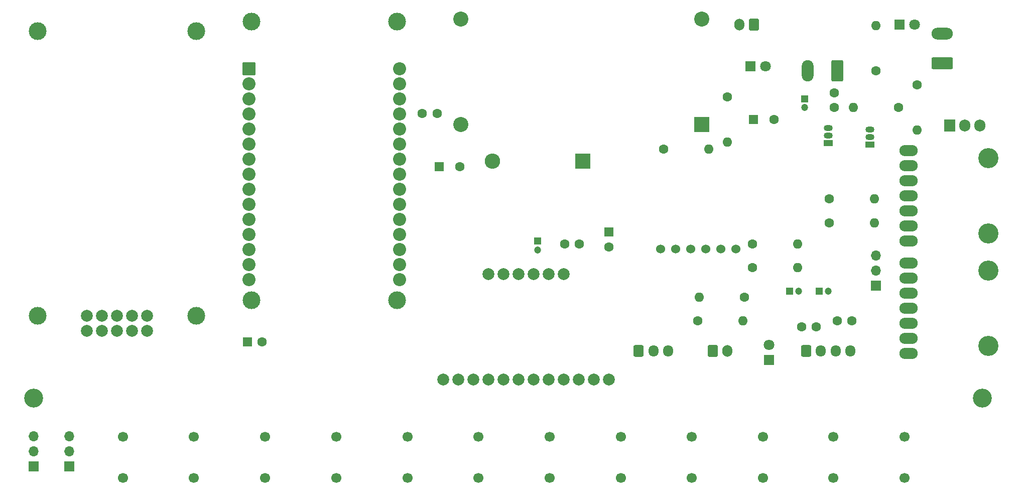
<source format=gbr>
%TF.GenerationSoftware,KiCad,Pcbnew,8.0.4*%
%TF.CreationDate,2024-10-16T11:02:59-05:00*%
%TF.ProjectId,touchboard,746f7563-6862-46f6-9172-642e6b696361,rev?*%
%TF.SameCoordinates,Original*%
%TF.FileFunction,Soldermask,Bot*%
%TF.FilePolarity,Negative*%
%FSLAX46Y46*%
G04 Gerber Fmt 4.6, Leading zero omitted, Abs format (unit mm)*
G04 Created by KiCad (PCBNEW 8.0.4) date 2024-10-16 11:02:59*
%MOMM*%
%LPD*%
G01*
G04 APERTURE LIST*
G04 Aperture macros list*
%AMRoundRect*
0 Rectangle with rounded corners*
0 $1 Rounding radius*
0 $2 $3 $4 $5 $6 $7 $8 $9 X,Y pos of 4 corners*
0 Add a 4 corners polygon primitive as box body*
4,1,4,$2,$3,$4,$5,$6,$7,$8,$9,$2,$3,0*
0 Add four circle primitives for the rounded corners*
1,1,$1+$1,$2,$3*
1,1,$1+$1,$4,$5*
1,1,$1+$1,$6,$7*
1,1,$1+$1,$8,$9*
0 Add four rect primitives between the rounded corners*
20,1,$1+$1,$2,$3,$4,$5,0*
20,1,$1+$1,$4,$5,$6,$7,0*
20,1,$1+$1,$6,$7,$8,$9,0*
20,1,$1+$1,$8,$9,$2,$3,0*%
G04 Aperture macros list end*
%ADD10C,3.000000*%
%ADD11C,2.000000*%
%ADD12C,1.600000*%
%ADD13O,1.600000X1.600000*%
%ADD14R,1.200000X1.200000*%
%ADD15C,1.200000*%
%ADD16R,1.905000X2.000000*%
%ADD17O,1.905000X2.000000*%
%ADD18R,1.600000X1.600000*%
%ADD19RoundRect,0.250000X0.600000X0.750000X-0.600000X0.750000X-0.600000X-0.750000X0.600000X-0.750000X0*%
%ADD20O,1.700000X2.000000*%
%ADD21C,1.700000*%
%ADD22R,1.700000X1.700000*%
%ADD23O,1.700000X1.700000*%
%ADD24RoundRect,0.102000X-1.000000X-1.000000X1.000000X-1.000000X1.000000X1.000000X-1.000000X1.000000X0*%
%ADD25C,2.204000*%
%ADD26RoundRect,0.250000X-0.600000X-0.725000X0.600000X-0.725000X0.600000X0.725000X-0.600000X0.725000X0*%
%ADD27O,1.700000X1.950000*%
%ADD28C,3.200000*%
%ADD29R,2.540000X2.540000*%
%ADD30C,2.540000*%
%ADD31C,1.524000*%
%ADD32RoundRect,0.250000X1.550000X-0.750000X1.550000X0.750000X-1.550000X0.750000X-1.550000X-0.750000X0*%
%ADD33O,3.600000X2.000000*%
%ADD34C,3.400000*%
%ADD35O,3.101600X1.851600*%
%ADD36RoundRect,0.250000X0.750000X1.550000X-0.750000X1.550000X-0.750000X-1.550000X0.750000X-1.550000X0*%
%ADD37O,2.000000X3.600000*%
%ADD38R,1.800000X1.800000*%
%ADD39C,1.800000*%
%ADD40RoundRect,0.250000X-0.600000X-0.750000X0.600000X-0.750000X0.600000X0.750000X-0.600000X0.750000X0*%
%ADD41R,1.500000X1.050000*%
%ADD42O,1.500000X1.050000*%
%ADD43R,2.600000X2.600000*%
%ADD44O,2.600000X2.600000*%
G04 APERTURE END LIST*
D10*
%TO.C,U6*%
X46600000Y-95130000D03*
X73400000Y-95130000D03*
X46600000Y-47130000D03*
X73400000Y-47130000D03*
D11*
X54920000Y-97670000D03*
X57460000Y-97670000D03*
X60000000Y-97670000D03*
X62540000Y-97670000D03*
X65080000Y-97670000D03*
X54920000Y-95130000D03*
X57460000Y-95130000D03*
X60000000Y-95130000D03*
X62540000Y-95130000D03*
X65080000Y-95130000D03*
%TD*%
%TO.C,U1*%
X135350000Y-88110000D03*
X132810000Y-88110000D03*
X130270000Y-88110000D03*
X127730000Y-88110000D03*
X125190000Y-88110000D03*
X122650000Y-88110000D03*
X115030000Y-105890000D03*
X117570000Y-105890000D03*
X120110000Y-105890000D03*
X122650000Y-105890000D03*
X125190000Y-105890000D03*
X127730000Y-105890000D03*
X130270000Y-105890000D03*
X132810000Y-105890000D03*
X135350000Y-105890000D03*
X137890000Y-105890000D03*
X140430000Y-105890000D03*
X142970000Y-105890000D03*
%TD*%
D12*
%TO.C,R3*%
X191810000Y-60000000D03*
D13*
X184190000Y-60000000D03*
%TD*%
D14*
%TO.C,C4*%
X176000000Y-58500000D03*
D15*
X176000000Y-60000000D03*
%TD*%
D12*
%TO.C,C35*%
X135500000Y-83000000D03*
X138000000Y-83000000D03*
%TD*%
D16*
%TO.C,Q3*%
X200460000Y-63000000D03*
D17*
X203000000Y-63000000D03*
X205540000Y-63000000D03*
%TD*%
D14*
%TO.C,C8*%
X178500000Y-91000000D03*
D15*
X180000000Y-91000000D03*
%TD*%
D12*
%TO.C,R1*%
X163000000Y-58190000D03*
D13*
X163000000Y-65810000D03*
%TD*%
D18*
%TO.C,C1*%
X167347349Y-62000000D03*
D12*
X170847349Y-62000000D03*
%TD*%
%TO.C,RG1*%
X180143000Y-79420000D03*
D13*
X187763000Y-79420000D03*
%TD*%
D18*
%TO.C,C33*%
X143000000Y-81000000D03*
D12*
X143000000Y-83500000D03*
%TD*%
D19*
%TO.C,J2*%
X167500000Y-46000000D03*
D20*
X165000000Y-46000000D03*
%TD*%
D21*
%TO.C,E9*%
X157000000Y-122500000D03*
X157000000Y-115500000D03*
%TD*%
D22*
%TO.C,JP1*%
X188000000Y-90000000D03*
D23*
X188000000Y-87460000D03*
X188000000Y-84920000D03*
%TD*%
D12*
%TO.C,R2*%
X152190000Y-67000000D03*
D13*
X159810000Y-67000000D03*
%TD*%
D10*
%TO.C,U3*%
X82720000Y-45525000D03*
X82720000Y-92475000D03*
X107230000Y-45525000D03*
X107230000Y-92475000D03*
D24*
X82300000Y-53485000D03*
D25*
X82300000Y-56025000D03*
X82300000Y-58565000D03*
X82300000Y-61105000D03*
X82300000Y-63645000D03*
X82300000Y-66185000D03*
X82300000Y-68725000D03*
X82300000Y-71265000D03*
X82300000Y-73805000D03*
X82300000Y-76345000D03*
X82300000Y-78885000D03*
X82300000Y-81425000D03*
X82300000Y-83965000D03*
X82300000Y-86505000D03*
X82300000Y-89045000D03*
X107700000Y-89045000D03*
X107700000Y-86505000D03*
X107700000Y-83965000D03*
X107700000Y-81425000D03*
X107700000Y-78885000D03*
X107700000Y-76345000D03*
X107700000Y-73805000D03*
X107700000Y-71265000D03*
X107700000Y-68725000D03*
X107700000Y-66185000D03*
X107700000Y-63645000D03*
X107700000Y-61105000D03*
X107700000Y-58565000D03*
X107700000Y-56025000D03*
X107700000Y-53485000D03*
%TD*%
D12*
%TO.C,R6*%
X158000000Y-96000000D03*
D13*
X165620000Y-96000000D03*
%TD*%
D26*
%TO.C,J4*%
X176250000Y-101000000D03*
D27*
X178750000Y-101000000D03*
X181250000Y-101000000D03*
X183750000Y-101000000D03*
%TD*%
D21*
%TO.C,E4*%
X97000000Y-122500000D03*
X97000000Y-115500000D03*
%TD*%
D28*
%TO.C,H2*%
X206000000Y-109000000D03*
%TD*%
D29*
%TO.C,U2*%
X158640000Y-62890000D03*
D30*
X158640000Y-45110000D03*
X118000000Y-45110000D03*
X118000000Y-62890000D03*
%TD*%
D31*
%TO.C,U7*%
X151750000Y-83825000D03*
X154290000Y-83825000D03*
X156830000Y-83825000D03*
X159370000Y-83825000D03*
X161910000Y-83825000D03*
X164450000Y-83825000D03*
%TD*%
D32*
%TO.C,J3*%
X199222500Y-52500000D03*
D33*
X199222500Y-47500000D03*
%TD*%
D21*
%TO.C,E7*%
X133000000Y-122500000D03*
X133000000Y-115500000D03*
%TD*%
%TO.C,E5*%
X109000000Y-122500000D03*
X109000000Y-115500000D03*
%TD*%
D12*
%TO.C,R8*%
X167190000Y-83000000D03*
D13*
X174810000Y-83000000D03*
%TD*%
D21*
%TO.C,E10*%
X169000000Y-122500000D03*
X169000000Y-115500000D03*
%TD*%
D12*
%TO.C,RSD1*%
X180143000Y-75420000D03*
D13*
X187763000Y-75420000D03*
%TD*%
D12*
%TO.C,R10*%
X165810000Y-92000000D03*
D13*
X158190000Y-92000000D03*
%TD*%
D34*
%TO.C,U4*%
X206969000Y-68530000D03*
X206969000Y-81230000D03*
D35*
X193499000Y-82500000D03*
X193499000Y-79960000D03*
X193499000Y-77420000D03*
X193499000Y-74880000D03*
X193499000Y-72340000D03*
X193499000Y-69800000D03*
X193499000Y-67260000D03*
%TD*%
D34*
%TO.C,U5*%
X207016000Y-87530000D03*
X207016000Y-100230000D03*
D35*
X193546000Y-101500000D03*
X193546000Y-98960000D03*
X193546000Y-96420000D03*
X193546000Y-93880000D03*
X193546000Y-91340000D03*
X193546000Y-88800000D03*
X193546000Y-86260000D03*
%TD*%
D21*
%TO.C,E6*%
X121000000Y-122500000D03*
X121000000Y-115500000D03*
%TD*%
%TO.C,E11*%
X180880000Y-122500000D03*
X180880000Y-115500000D03*
%TD*%
D12*
%TO.C,C9*%
X181500000Y-96000000D03*
X184000000Y-96000000D03*
%TD*%
D36*
%TO.C,J1*%
X181500000Y-53777500D03*
D37*
X176500000Y-53777500D03*
%TD*%
D38*
%TO.C,D3*%
X170000000Y-102540000D03*
D39*
X170000000Y-100000000D03*
%TD*%
D14*
%TO.C,C34*%
X131000000Y-82500000D03*
D15*
X131000000Y-84000000D03*
%TD*%
D38*
%TO.C,D4*%
X192000000Y-46000000D03*
D39*
X194540000Y-46000000D03*
%TD*%
D21*
%TO.C,E8*%
X145000000Y-122500000D03*
X145000000Y-115500000D03*
%TD*%
D40*
%TO.C,J8*%
X160500000Y-101000000D03*
D20*
X163000000Y-101000000D03*
%TD*%
D12*
%TO.C,R4*%
X195000000Y-56190000D03*
D13*
X195000000Y-63810000D03*
%TD*%
D18*
%TO.C,C32*%
X82000000Y-99500000D03*
D12*
X84500000Y-99500000D03*
%TD*%
D21*
%TO.C,E12*%
X192880000Y-122500000D03*
X192880000Y-115500000D03*
%TD*%
D12*
%TO.C,C2*%
X114000000Y-61000000D03*
X111500000Y-61000000D03*
%TD*%
D41*
%TO.C,Q2*%
X187000000Y-66270000D03*
D42*
X187000000Y-65000000D03*
X187000000Y-63730000D03*
%TD*%
D21*
%TO.C,E2*%
X73000000Y-122500000D03*
X73000000Y-115500000D03*
%TD*%
D18*
%TO.C,C3*%
X114347349Y-70000000D03*
D12*
X117847349Y-70000000D03*
%TD*%
%TO.C,C7*%
X175500000Y-97000000D03*
X178000000Y-97000000D03*
%TD*%
D28*
%TO.C,H1*%
X46000000Y-109000000D03*
%TD*%
D22*
%TO.C,JP3*%
X52000000Y-120540000D03*
D23*
X52000000Y-118000000D03*
X52000000Y-115460000D03*
%TD*%
D43*
%TO.C,D1*%
X138620000Y-69000000D03*
D44*
X123380000Y-69000000D03*
%TD*%
D12*
%TO.C,C5*%
X181000000Y-57500000D03*
X181000000Y-60000000D03*
%TD*%
D21*
%TO.C,E1*%
X61000000Y-122500000D03*
X61000000Y-115500000D03*
%TD*%
D12*
%TO.C,R7*%
X167190000Y-87000000D03*
D13*
X174810000Y-87000000D03*
%TD*%
D12*
%TO.C,R5*%
X188000000Y-53810000D03*
D13*
X188000000Y-46190000D03*
%TD*%
D14*
%TO.C,C6*%
X173500000Y-91000000D03*
D15*
X175000000Y-91000000D03*
%TD*%
D38*
%TO.C,D2*%
X166905000Y-53000000D03*
D39*
X169445000Y-53000000D03*
%TD*%
D22*
%TO.C,JP2*%
X46000000Y-120540000D03*
D23*
X46000000Y-118000000D03*
X46000000Y-115460000D03*
%TD*%
D26*
%TO.C,J5*%
X148000000Y-101000000D03*
D27*
X150500000Y-101000000D03*
X153000000Y-101000000D03*
%TD*%
D21*
%TO.C,E3*%
X85000000Y-122500000D03*
X85000000Y-115500000D03*
%TD*%
D41*
%TO.C,Q1*%
X180000000Y-66000000D03*
D42*
X180000000Y-64730000D03*
X180000000Y-63460000D03*
%TD*%
M02*

</source>
